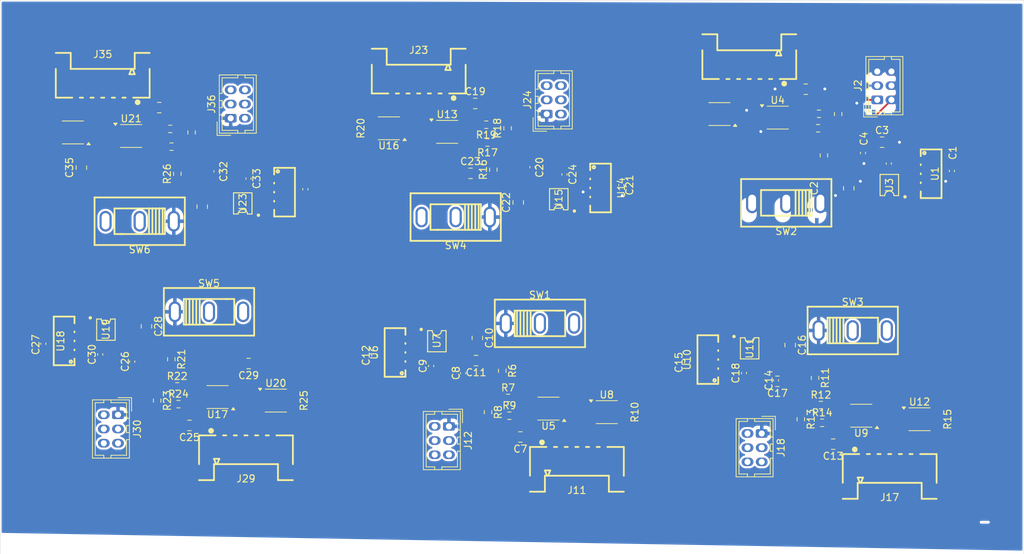
<source format=kicad_pcb>
(kicad_pcb (version 20241229) (generator "pcbnew") (generator_version "9.0")
  (title_block (title "PROVES KIT - HATBOARD") (date "2023-03-27") (rev "3.1"))
  (layers (0 "F.Cu" signal) (4 "In1.Cu" signal) (6 "In2.Cu" signal) (2 "B.Cu" signal) (13 "F.Paste" user) (15 "B.Paste" user) (5 "F.SilkS" user "F.Silkscreen") (7 "B.SilkS" user "B.Silkscreen") (1 "F.Mask" user) (3 "B.Mask" user) (25 "Edge.Cuts" user))
  (net 0 "")
  (net 1 "+3V3")
  (net 2 "GND")
  (net 3 "Net-(U2-REG)")
  (net 4 "Net-(SW2-B)")
  (net 5 "Net-(U4-VCC)")
  (net 6 "Net-(U5-VCC)")
  (net 7 "Net-(SW1-B)")
  (net 8 "Net-(U8-REG)")
  (net 9 "Net-(U9-VCC)")
  (net 10 "Net-(SW3-B)")
  (net 11 "Net-(U12-REG)")
  (net 12 "Net-(U13-VCC)")
  (net 13 "Net-(SW4-B)")
  (net 14 "Net-(U16-REG)")
  (net 15 "Net-(U17-VCC)")
  (net 16 "Net-(SW5-B)")
  (net 17 "Net-(U20-REG)")
  (net 18 "Net-(U21-VCC)")
  (net 19 "Net-(SW6-B)")
  (net 20 "Net-(U24-REG)")
  (net 23 "/Face Board/SCLIN")
  (net 26 "/Face Board1/SCLIN")
  (net 33 "/Face Board2/SCLIN")
  (net 36 "/Face Board3/SCLIN")
  (net 41 "/Face Board4/SCLIN")
  (net 47 "/Face Board5/SCLIN")
  (net 51 "Net-(U2-OUT-)")
  (net 52 "Net-(U2-OUT+)")
  (net 53 "/Face Board/SCL")
  (net 54 "Net-(U4-READY)")
  (net 55 "Net-(U5-READY)")
  (net 56 "/Face Board1/SCL")
  (net 57 "Net-(U8-OUT-)")
  (net 58 "Net-(U8-OUT+)")
  (net 59 "Net-(U9-READY)")
  (net 60 "/Face Board2/SCL")
  (net 61 "Net-(U12-OUT+)")
  (net 62 "Net-(U12-OUT-)")
  (net 63 "Net-(U13-READY)")
  (net 64 "/Face Board3/SCL")
  (net 65 "Net-(U16-OUT+)")
  (net 66 "Net-(U16-OUT-)")
  (net 67 "Net-(U17-READY)")
  (net 68 "/Face Board4/SCL")
  (net 69 "Net-(U20-OUT+)")
  (net 70 "Net-(U20-OUT-)")
  (net 71 "Net-(U21-READY)")
  (net 72 "/Face Board5/SCL")
  (net 73 "Net-(U24-OUT-)")
  (net 74 "Net-(U24-OUT+)")
  (net 75 "Net-(SW1-A)")
  (net 76 "Net-(SW2-A)")
  (net 77 "Net-(SW3-A)")
  (net 78 "Net-(SW4-A)")
  (net 79 "Net-(SW5-A)")
  (net 80 "Net-(SW6-A)")
  (net 93 "Net-(U4-EN)")
  (net 94 "Net-(U5-EN)")
  (net 95 "Net-(U9-EN)")
  (net 96 "Net-(U13-EN)")
  (net 97 "Net-(U17-EN)")
  (net 98 "Net-(U21-EN)")
  (footprint "easyeda2kicad:SENSOR-SMD_EML7700-TT" (layer "F.Cu") (at 71.425 53.025 -90)
    (property "Reference" "U22" (hide yes))
    (property "Value" "VEML7700")
  )
  (footprint "easyeda2kicad:MSOP-8_L3.0-W3.0-P0.65-LS4.9-BL" (layer "F.Cu") (at 157.575 52.035 90)
    (property "Reference" "U3")
    (property "Value" "MCP9808_DFN")
  )
  (footprint "Capacitor_SMD:C_0805_2012Metric" (layer "F.Cu") (at 60.925 55.075 90)
    (property "Reference" "C34" (hide yes))
    (property "Value" "1uF")
  )
  (footprint "Capacitor_SMD:C_0805_2012Metric" (layer "F.Cu") (at 149.675 88.505 180)
    (property "Reference" "C13")
    (property "Value" "10nF")
  )
  (footprint "Resistor_SMD:R_0603_1608Metric" (layer "F.Cu") (at 54.575 82.375 -90)
    (property "Reference" "R23")
    (property "Value" "10k")
  )
  (footprint "easyeda2kicad:SW-TH_3P-P4.80-HX-SS12D10G4" (layer "F.Cu") (at 96.575 56.535 180)
    (property "Reference" "SW4")
    (property "Value" "SW_SPDT_321")
  )
  (footprint "Capacitor_SMD:C_0805_2012Metric" (layer "F.Cu") (at 141.835 79.6575 180)
    (property "Reference" "C17")
    (property "Value" "1uF")
  )
  (footprint "easyeda2kicad:CONN-SMD_6P-P1.50_A1501WRB-S-6P" (layer "F.Cu") (at 67.075 89.875)
    (property "Reference" "J29")
    (property "Value" "Molex FC Connection")
  )
  (footprint "Resistor_SMD:R_0603_1608Metric" (layer "F.Cu") (at 57.425 50.45 90)
    (property "Reference" "R26")
    (property "Value" "10k")
  )
  (footprint "Package_SO:VSSOP-10_3x3mm_P0.5mm" (layer "F.Cu") (at 133.675 42.035 180)
    (property "Reference" "U2" (hide yes))
    (property "Value" "DRV2605LDGS")
  )
  (footprint "Package_SO:VSSOP-8_3x3mm_P0.65mm" (layer "F.Cu") (at 63.075 81.875 180)
    (property "Reference" "U17")
    (property "Value" "TCA4311A")
  )
  (footprint "Resistor_SMD:R_0603_1608Metric" (layer "F.Cu") (at 145.125 85.005 -90)
    (property "Reference" "R13")
    (property "Value" "10k")
  )
  (footprint "Capacitor_SMD:C_0402_1005Metric" (layer "F.Cu") (at 38.575 74.375 90)
    (property "Reference" "C27")
    (property "Value" "100nF")
  )
  (footprint "Capacitor_SMD:C_0402_1005Metric" (layer "F.Cu") (at 46.575 75.875 90)
    (property "Reference" "C30")
    (property "Value" "100nF")
  )
  (footprint "Connector_Hirose:Hirose_DF11-6DP-2DSA_2x03_P2.00mm_Vertical" (layer "F.Cu") (at 109.375 42.035 90)
    (property "Reference" "J24")
    (property "Value" "DF11 FC Connection")
  )
  (footprint "Resistor_SMD:R_0603_1608Metric" (layer "F.Cu") (at 101.05 46.035 180)
    (property "Reference" "R17")
    (property "Value" "10k")
  )
  (footprint "Resistor_SMD:R_0603_1608Metric" (layer "F.Cu") (at 101.125 84.005 -90)
    (property "Reference" "R8")
    (property "Value" "10k")
  )
  (footprint "Resistor_SMD:R_0603_1608Metric" (layer "F.Cu") (at 101.875 49.86 90)
    (property "Reference" "R16")
    (property "Value" "10k")
  )
  (footprint "Resistor_SMD:R_0603_1608Metric" (layer "F.Cu") (at 147.125 79.18 -90)
    (property "Reference" "R11")
    (property "Value" "10k")
  )
  (footprint "Capacitor_SMD:C_0402_1005Metric" (layer "F.Cu") (at 137.125 78.505 90)
    (property "Reference" "C18")
    (property "Value" "100nF")
  )
  (footprint "easyeda2kicad:MSOP-8_L3.0-W3.0-P0.65-LS4.9-BL" (layer "F.Cu") (at 93.925 74.005 -90)
    (property "Reference" "U7")
    (property "Value" "MCP9808_DFN")
  )
  (footprint "Capacitor_SMD:C_0805_2012Metric" (layer "F.Cu") (at 53.075 71.925 -90)
    (property "Reference" "C28")
    (property "Value" "1uF")
  )
  (footprint "Capacitor_SMD:C_0805_2012Metric" (layer "F.Cu") (at 99.445 76.745 180)
    (property "Reference" "C11")
    (property "Value" "1uF")
  )
  (footprint "Package_SO:VSSOP-10_3x3mm_P0.5mm" (layer "F.Cu") (at 71.275 82.375)
    (property "Reference" "U20")
    (property "Value" "DRV2605LDGS")
  )
  (footprint "easyeda2kicad:SW-TH_3P-P4.80-HX-SS12D10G4" (layer "F.Cu") (at 61.875 69.875)
    (property "Reference" "SW5")
    (property "Value" "SW_SPDT_321")
  )
  (footprint "Resistor_SMD:R_0603_1608Metric" (layer "F.Cu") (at 57.575 82.875)
    (property "Reference" "R24")
    (property "Value" "10k")
  )
  (footprint "Resistor_SMD:R_0201_0603Metric_Pad0.64x0.40mm_HandSolder" (layer "F.Cu") (at 37.725 44.625 -90)
    (property "Reference" "R30" (hide yes))
    (property "Value" "57.2")
  )
  (footprint "Resistor_SMD:R_0201_0603Metric_Pad0.64x0.40mm_HandSolder" (layer "F.Cu") (at 166.825 85.005 90)
    (property "Reference" "R15")
    (property "Value" "57.2")
  )
  (footprint "Capacitor_SMD:C_0402_1005Metric" (layer "F.Cu") (at 75.425 52.625 -90)
    (property "Reference" "C36" (hide yes))
    (property "Value" "100nF")
  )
  (footprint "Resistor_SMD:R_0603_1608Metric" (layer "F.Cu") (at 103.125 78.18 -90)
    (property "Reference" "R6")
    (property "Value" "10k")
  )
  (footprint "easyeda2kicad:SENSOR-SMD_EML7700-TT" (layer "F.Cu") (at 89.125 75.605 90)
    (property "Reference" "U6")
    (property "Value" "VEML7700")
  )
  (footprint "easyeda2kicad:MSOP-8_L3.0-W3.0-P0.65-LS4.9-BL" (layer "F.Cu") (at 66.625 54.625 90)
    (property "Reference" "U23")
    (property "Value" "MCP9808_DFN")
  )
  (footprint "easyeda2kicad:SW-TH_3P-P4.80-HX-SS12D10G4" (layer "F.Cu") (at 52.125 57.125 180)
    (property "Reference" "SW6")
    (property "Value" "SW_SPDT_321")
  )
  (footprint "easyeda2kicad:CONN-SMD_6P-P1.50_A1501WRB-S-6P" (layer "F.Cu") (at 137.875 34.5 180)
    (property "Reference" "J1" (hide yes))
    (property "Value" "Molex FC Connection")
  )
  (footprint "Resistor_SMD:R_0603_1608Metric" (layer "F.Cu") (at 100.875 43.535 180)
    (property "Reference" "R19")
    (property "Value" "10k")
  )
  (footprint "Package_SO:VSSOP-8_3x3mm_P0.65mm" (layer "F.Cu") (at 153.625 84.505 180)
    (property "Reference" "U9")
    (property "Value" "TCA4311A")
  )
  (footprint "Capacitor_SMD:C_0805_2012Metric" (layer "F.Cu") (at 156.55 46)
    (property "Reference" "C3")
    (property "Value" "1uF")
  )
  (footprint "Capacitor_SMD:C_0402_1005Metric" (layer "F.Cu") (at 97.625 78.525 90)
    (property "Reference" "C8")
    (property "Value" "100nF")
  )
  (footprint "Capacitor_SMD:C_0402_1005Metric" (layer "F.Cu") (at 67.425 51.125 -90)
    (property "Reference" "C33")
    (property "Value" "100nF")
  )
  (footprint "Capacitor_SMD:C_0805_2012Metric" (layer "F.Cu") (at 105.375 54.485 90)
    (property "Reference" "C22")
    (property "Value" "1uF")
  )
  (footprint "Capacitor_SMD:C_0402_1005Metric" (layer "F.Cu") (at 51.075 76.895 90)
    (property "Reference" "C26")
    (property "Value" "100nF")
  )
  (footprint "easyeda2kicad:SENSOR-SMD_EML7700-TT" (layer "F.Cu") (at 42.575 73.975 90)
    (property "Reference" "U18")
    (property "Value" "VEML7700")
  )
  (footprint "easyeda2kicad:SENSOR-SMD_EML7700-TT" (layer "F.Cu") (at 115.875 52.435 -90)
    (property "Reference" "U14")
    (property "Value" "VEML7700")
  )
  (footprint "Package_SO:VSSOP-8_3x3mm_P0.65mm" (layer "F.Cu") (at 50.925 45.125)
    (property "Reference" "U21")
    (property "Value" "TCA4311A")
  )
  (footprint "easyeda2kicad:CONN-SMD_6P-P1.50_A1501WRB-S-6P" (layer "F.Cu") (at 91.375 36.535 180)
    (property "Reference" "J23")
    (property "Value" "Molex FC Connection")
  )
  (footprint "Capacitor_SMD:C_0402_1005Metric" (layer "F.Cu") (at 141.625 79.525 90)
    (property "Reference" "C14")
    (property "Value" "100nF")
  )
  (footprint "Capacitor_SMD:C_0805_2012Metric" (layer "F.Cu") (at 99.325 40.535)
    (property "Reference" "C19")
    (property "Value" "10nF")
  )
  (footprint "Resistor_SMD:R_0603_1608Metric" (layer "F.Cu") (at 147.55 44.035 180)
    (property "Reference" "R4" (hide yes))
    (property "Value" "10k")
  )
  (footprint "Capacitor_SMD:C_0402_1005Metric" (layer "F.Cu") (at 111.875 50.535 -90)
    (property "Reference" "C24")
    (property "Value" "100nF")
  )
  (footprint "Resistor_SMD:R_0603_1608Metric" (layer "F.Cu") (at 56.6 46.625 180)
    (property "Reference" "R27" (hide yes))
    (property "Value" "10k")
  )
  (footprint "Resistor_SMD:R_0201_0603Metric_Pad0.64x0.40mm_HandSolder" (layer "F.Cu") (at 122.825 84.005 90)
    (property "Reference" "R10")
    (property "Value" "57.2")
  )
  (footprint "Connector_Hirose:Hirose_DF11-6DP-2DSA_2x03_P2.00mm_Vertical" (layer "F.Cu") (at 95.625 86.005 -90)
    (property "Reference" "J12")
    (property "Value" "DF11 FC Connection")
  )
  (footprint "easyeda2kicad:SENSOR-SMD_EML7700-TT" (layer "F.Cu") (at 162.375 50.435 -90)
    (property "Reference" "U1")
    (property "Value" "VEML7700")
  )
  (footprint "Resistor_SMD:R_0201_0603Metric_Pad0.64x0.40mm_HandSolder" (layer "F.Cu") (at 82.175 44.035 -90)
    (property "Reference" "R20")
    (property "Value" "57.2")
  )
  (footprint "Resistor_SMD:R_0603_1608Metric" (layer "F.Cu") (at 103.875 44.035 90)
    (property "Reference" "R18")
    (property "Value" "10k")
  )
  (footprint "Capacitor_SMD:C_0805_2012Metric" (layer "F.Cu") (at 59.125 85.875 180)
    (property "Reference" "C25")
    (property "Value" "10nF")
  )
  (footprint "Capacitor_SMD:C_0402_1005Metric" (layer "F.Cu") (at 157.5 49 90)
    (property "Reference" "C6" (hide yes))
    (property "Value" "100nF")
  )
  (footprint "Capacitor_SMD:C_0805_2012Metric" (layer "F.Cu") (at 67.45 77.16 180)
    (property "Reference" "C29")
    (property "Value" "1uF")
  )
  (footprint "Capacitor_SMD:C_0402_1005Metric" (layer "F.Cu") (at 107.375 49.515 -90)
    (property "Reference" "C20")
    (property "Value" "100nF")
  )
  (footprint "Package_SO:VSSOP-8_3x3mm_P0.65mm" (layer "F.Cu") (at 95.375 44.535)
    (property "Reference" "U13")
    (property "Value" "TCA4311A")
  )
  (footprint "Connector_Hirose:Hirose_DF11-6DP-2DSA_2x03_P2.00mm_Vertical" (layer "F.Cu") (at 139.625 87.005 -90)
    (property "Reference" "J18")
    (property "Value" "DF11 FC Connection")
  )
  (footprint "Package_SO:VSSOP-10_3x3mm_P0.5mm" (layer "F.Cu") (at 42.725 44.625 180)
    (property "Reference" "U24" (hide yes))
    (property "Value" "DRV2605LDGS")
  )
  (footprint "Resistor_SMD:R_0201_0603Metric_Pad0.64x0.40mm_HandSolder" (layer "F.Cu") (at 128.675 42.035 -90)
    (property "Reference" "R1" (hide yes))
    (property "Value" "57.2")
  )
  (footprint "easyeda2kicad:MSOP-8_L3.0-W3.0-P0.65-LS4.9-BL" (layer "F.Cu") (at 47.375 72.375 -90)
    (property "Reference" "U19")
    (property "Value" "MCP9808_DFN")
  )
  (footprint "Connector_Hirose:Hirose_DF11-6DP-2DSA_2x03_P2.00mm_Vertical" (layer "F.Cu") (at 64.925 42.625 90)
    (property "Reference" "J36")
    (property "Value" "DF11 FC Connection")
  )
  (footprint "easyeda2kicad:SW-TH_3P-P4.80-HX-SS12D10G4" (layer "F.Cu") (at 143.075 54.535 180)
    (property "Reference" "SW2")
    (property "Value" "SW_SPDT_321")
  )
  (footprint "Capacitor_SMD:C_0805_2012Metric" (layer "F.Cu") (at 145.825 38.535)
    (property "Reference" "C5" (hide yes))
    (property "Value" "10nF")
  )
  (footprint "Capacitor_SMD:C_0402_1005Metric" (layer "F.Cu") (at 85.125 76.005 90)
    (property "Reference" "C12")
    (property "Value" "100nF")
  )
  (footprint "easyeda2kicad:SW-TH_3P-P4.80-HX-SS12D10G4" (layer "F.Cu") (at 108.425 71.505)
    (property "Reference" "SW1")
    (property "Value" "SW_SPDT_321")
  )
  (footprint "easyeda2kicad:CONN-SMD_6P-P1.50_A1501WRB-S-6P" (layer "F.Cu") (at 46.925 37.125 180)
    (property "Reference" "J35")
    (property "Value" "Molex FC Connection")
  )
  (footprint "Capacitor_SMD:C_0402_1005Metric" (layer "F.Cu") (at 62.925 50.105 -90)
    (property "Reference" "C32")
    (property "Value" "100nF")
  )
  (footprint "Capacitor_SMD:C_0805_2012Metric" (layer "F.Cu") (at 105.675 87.505 180)
    (property "Reference" "C7")
    (property "Value" "10nF")
  )
  (footprint "Resistor_SMD:R_0603_1608Metric" (layer "F.Cu") (at 104.125 84.505)
    (property "Reference" "R9")
    (property "Value" "10k")
  )
  (footprint "easyeda2kicad:CONN-SMD_6P-P1.50_A1501WRB-S-6P" (layer "F.Cu") (at 157.625 92.505)
    (property "Reference" "J17")
    (property "Value" "Molex FC Connection")
  )
  (footprint "Resistor_SMD:R_0603_1608Metric" (layer "F.Cu") (at 57.4 80.375)
    (property "Reference" "R22")
    (property "Value" "10k")
  )
  (footprint "Capacitor_SMD:C_0805_2012Metric" (layer "F.Cu") (at 143.625 74.555 -90)
    (property "Reference" "C16")
    (property "Value" "1uF")
  )
  (footprint "Resistor_SMD:R_0603_1608Metric" (layer "F.Cu") (at 103.95 82.005)
    (property "Reference" "R7")
    (property "Value" "10k")
  )
  (footprint "Resistor_SMD:R_0603_1608Metric" (layer "F.Cu") (at 150.375 42.035 90)
    (property "Reference" "R2" (hide yes))
    (property "Value" "10k")
  )
  (footprint "Package_SO:VSSOP-10_3x3mm_P0.5mm" (layer "F.Cu") (at 161.825 85.005)
    (property "Reference" "U12")
    (property "Value" "DRV2605LDGS")
  )
  (footprint "Resistor_SMD:R_0603_1608Metric" (layer "F.Cu") (at 147.95 83.005)
    (property "Reference" "R12")
    (property "Value" "10k")
  )
  (footprint "easyeda2kicad:MSOP-8_L3.0-W3.0-P0.65-LS4.9-BL" (layer "F.Cu") (at 111.075 54.035 90)
    (property "Reference" "U15")
    (property "Value" "MCP9808_DFN")
  )
  (footprint "Connector_Hirose:Hirose_DF11-6DP-2DSA_2x03_P2.00mm_Vertical" (layer "F.Cu") (at 49.075 84.375 -90)
    (property "Reference" "J30")
    (property "Value" "DF11 FC Connection")
  )
  (footprint "Capacitor_SMD:C_0805_2012Metric" (layer "F.Cu") (at 43.925 49.575 90)
    (property "Reference" "C35")
    (property "Value" "1uF")
  )
  (footprint "Capacitor_SMD:C_0805_2012Metric" (layer "F.Cu") (at 99.625 73.555 -90)
    (property "Reference" "C10")
    (property "Value" "1uF")
  )
  (footprint "easyeda2kicad:CONN-SMD_6P-P1.50_A1501WRB-S-6P" (layer "F.Cu") (at 113.625 91.505)
    (property "Reference" "J11")
    (property "Value" "Molex FC Connection")
  )
  (footprint "Package_SO:VSSOP-10_3x3mm_P0.5mm" (layer "F.Cu") (at 117.825 84.005)
    (property "Reference" "U8")
    (property "Value" "DRV2605LDGS")
  )
  (footprint "Resistor_SMD:R_0201_0603Metric_Pad0.64x0.40mm_HandSolder" (layer "F.Cu") (at 76.275 82.375 90)
    (property "Reference" "R25")
    (property "Value" "57.2")
  )
  (footprint "Capacitor_SMD:C_0402_1005Metric" (layer "F.Cu") (at 166.375 50.035 -90)
    (property "Reference" "C1")
    (property "Value" "100nF")
  )
  (footprint "Capacitor_SMD:C_0402_1005Metric" (layer "F.Cu") (at 119.875 52.035 -90)
    (property "Reference" "C21")
    (property "Value" "100nF")
  )
  (footprint "Package_SO:VSSOP-10_3x3mm_P0.5mm" (layer "F.Cu") (at 87.175 44.035 180)
    (property "Reference" "U16")
    (property "Value" "DRV2605LDGS")
  )
  (footprint "Capacitor_SMD:C_0402_1005Metric" (layer "F.Cu") (at 153.875 47.515 -90)
    (property "Reference" "C4")
    (property "Value" "100nF")
  )
  (footprint "Capacitor_SMD:C_0805_2012Metric" (layer "F.Cu") (at 151.875 52.485 90)
    (property "Reference" "C2")
    (property "Value" "1uF")
  )
  (footprint "Capacitor_SMD:C_0402_1005Metric" (layer "F.Cu") (at 129.125 77.005 90)
    (property "Reference" "C15")
    (property "Value" "100nF")
  )
  (footprint "Resistor_SMD:R_0603_1608Metric" (layer "F.Cu") (at 59.425 44.625 90)
    (property "Reference" "R29" (hide yes))
    (property "Value" "10k")
  )
  (footprint "easyeda2kicad:SW-TH_3P-P4.80-HX-SS12D10G4" (layer "F.Cu") (at 152.425 72.505)
    (property "Reference" "SW3")
    (property "Value" "SW_SPDT_321")
  )
  (footprint "Resistor_SMD:R_0603_1608Metric" (layer "F.Cu") (at 56.425 44.125 180)
    (property "Reference" "R28" (hide yes))
    (property "Value" "10k")
  )
  (footprint "Resistor_SMD:R_0603_1608Metric" (layer "F.Cu") (at 148.375 47.86 90)
    (property "Reference" "R5" (hide yes))
    (property "Value" "10k")
  )
  (footprint "Capacitor_SMD:C_0805_2012Metric" (layer "F.Cu") (at 54.875 41.125)
    (property "Reference" "C31" (hide yes))
    (property "Value" "10nF")
  )
  (footprint "Package_SO:VSSOP-8_3x3mm_P0.65mm" (layer "F.Cu") (at 109.625 83.505 180)
    (property "Reference" "U5")
    (property "Value" "TCA4311A")
  )
  (footprint "Resistor_SMD:R_0603_1608Metric" (layer "F.Cu") (at 56.575 76.55 -90)
    (property "Reference" "R21")
    (property "Value" "10k")
  )
  (footprint "Capacitor_SMD:C_0805_2012Metric" (layer "F.Cu") (at 98.665 50.3825)
    (property "Reference" "C23")
    (property "Value" "1uF")
  )
  (footprint "Resistor_SMD:R_0603_1608Metric" (layer "F.Cu") (at 148.125 85.505)
    (property "Reference" "R14")
    (property "Value" "10k")
  )
  (footprint "easyeda2kicad:MSOP-8_L3.0-W3.0-P0.65-LS4.9-BL" (layer "F.Cu") (at 137.925 75.005 -90)
    (property "Reference" "U11")
    (property "Value" "MCP9808_DFN")
  )
  (footprint "Capacitor_SMD:C_0402_1005Metric" (layer "F.Cu") (at 93.125 77.505 90)
    (property "Reference" "C9")
    (property "Value" "100nF")
  )
  (footprint "easyeda2kicad:SENSOR-SMD_EML7700-TT" (layer "F.Cu") (at 133.125 76.605 90)
    (property "Reference" "U10")
    (property "Value" "VEML7700")
  )
  (footprint "Connector_Hirose:Hirose_DF11-6DP-2DSA_2x03_P2.00mm_Vertical" (layer "F.Cu") (at 155.875 40.035 90)
    (property "Reference" "J2")
    (property "Value" "DF11 FC Connection")
  )
  (footprint "Package_SO:VSSOP-8_3x3mm_P0.65mm" (layer "F.Cu") (at 141.875 42.535)
    (property "Reference" "U4")
    (property "Value" "TCA4311A")
  )
  (footprint "Resistor_SMD:R_0603_1608Metric" (layer "F.Cu") (at 147.675 42 180)
    (property "Reference" "R3" (hide yes))
    (property "Value" "10k")
  )
  (gr_line (start 114.5 53) (end 115.5 53) (stroke (width 0.2)) (layer "F.Cu") (net 2))
  (gr_line (start 115.5 53) (end 114.5 53) (stroke (width 0.2)) (layer "F.Cu") (net 2))
  (gr_line (start 120 52.5) (end 120 53.5) (stroke (width 0.2)) (layer "F.Cu") (net 2))
  (gr_line (start 114 53) (end 114.5 53) (stroke (width 0.2)) (layer "F.Cu") (net 2))
  (gr_line (start 171.5 99.5) (end 170.5 99.5) (stroke (width 0.05)) (layer "Edge.Cuts"))
  (gr_rect (start 32.5 26) (end 176.5 104) (stroke (width 0.05)) (fill no) (layer "Edge.Cuts"))
  (segment (start 137.125 37.09) (end 137.125 39.785) (width 0.25) (layer "F.Cu") (net 1))
  (segment (start 156.485 53.015) (end 155.275 53.015) (width 0.25) (layer "F.Cu") (net 1))
  (segment (start 137.125 39.785) (end 135.875 41.035) (width 0.25) (layer "F.Cu") (net 1))
  (segment (start 162.05 49.48) (end 162.375 49.805) (width 0.25) (layer "F.Cu") (net 1))
  (segment (start 162.625 49.555) (end 162.375 49.805) (width 0.25) (layer "F.Cu") (net 1))
  (segment (start 157.5 49.48) (end 157.5 52) (width 0.25) (layer "F.Cu") (net 1))
  (segment (start 154.855 53.435) (end 155.275 53.015) (width 0.25) (layer "F.Cu") (net 1))
  (segment (start 157.5 52) (end 156.485 53.015) (width 0.25) (layer "F.Cu") (net 1))
  (segment (start 157.5 49.48) (end 162.05 49.48) (width 0.25) (layer "F.Cu") (net 1))
  (segment (start 166.375 49.555) (end 162.625 49.555) (width 0.25) (layer "F.Cu") (net 1))
  (segment (start 151.875 53.435) (end 154.855 53.435) (width 0.25) (layer "F.Cu") (net 1))
  (segment (start 153.875 48.875) (end 154 49) (width 0.25) (layer "F.Cu") (net 2))
  (segment (start 148.465 38.535) (end 148.5 38.5) (width 0.25) (layer "F.Cu") (net 2))
  (segment (start 141.5 38.5) (end 143.5 38.5) (width 0.25) (layer "F.Cu") (net 2))
  (segment (start 141.625 38.375) (end 141.5 38.5) (width 0.25) (layer "F.Cu") (net 2))
  (segment (start 165.065 51.065) (end 165.5 51.5) (width 0.25) (layer "F.Cu") (net 2))
  (segment (start 141.625 37.09) (end 141.625 38.375) (width 0.25) (layer "F.Cu") (net 2))
  (segment (start 166.375 50.625) (end 165.5 51.5) (width 0.25) (layer "F.Cu") (net 2))
  (segment (start 153.705 51.705) (end 155.275 51.705) (width 0.25) (layer "F.Cu") (net 2))
  (segment (start 155.275 52.365) (end 154.365 52.365) (width 0.25) (layer "F.Cu") (net 2))
  (segment (start 153.465 40.035) (end 153 40.5) (width 0.25) (layer "F.Cu") (net 2))
  (segment (start 153.5 51.5) (end 153.705 51.705) (width 0.25) (layer "F.Cu") (net 2))
  (segment (start 158.48 48.52) (end 157.5 48.52) (width 0.25) (layer "F.Cu") (net 2))
  (segment (start 135.875 41.535) (end 137.465 41.535) (width 0.25) (layer "F.Cu") (net 2))
  (segment (start 155.875 40.035) (end 153.465 40.035) (width 0.25) (layer "F.Cu") (net 2))
  (segment (start 147.875 55.035) (end 148.066 55.226) (width 0.25) (layer "F.Cu") (net 2))
  (segment (start 139.7625 43.51) (end 139.7625 44.2375) (width 0.25) (layer "F.Cu") (net 2))
  (segment (start 162.375 51.065) (end 165.065 51.065) (width 0.25) (layer "F.Cu") (net 2))
  (segment (start 154.365 52.365) (end 153.5 51.5) (width 0.25) (layer "F.Cu") (net 2))
  (segment (start 151.875 51.535) (end 153.465 51.535) (width 0.25) (layer "F.Cu") (net 2))
  (segment (start 153.875 47.995) (end 153.875 48.875) (width 0.25) (layer "F.Cu") (net 2))
  (segment (start 147.875 54.535) (end 148.91 53.5) (width 0.25) (layer "F.Cu") (net 2))
  (segment (start 150 53.41) (end 150 53.5) (width 0.25) (layer "F.Cu") (net 2))
  (segment (start 137.465 41.535) (end 137.5 41.5) (width 0.25) (layer "F.Cu") (net 2))
  (segment (start 166.375 50.515) (end 166.375 50.625) (width 0.25) (layer "F.Cu") (net 2))
  (segment (start 155.275 51.055) (end 153.945 51.055) (width 0.25) (layer "F.Cu") (net 2))
  (segment (start 157.5 46) (end 159 46) (width 0.25) (layer "F.Cu") (net 2))
  (segment (start 159 48) (end 158.48 48.52) (width 0.25) (layer "F.Cu") (net 2))
  (segment (start 146.775 38.535) (end 148.465 38.535) (width 0.25) (layer "F.Cu") (net 2))
  (segment (start 162.365 51.055) (end 162.375 51.065) (width 0.25) (layer "F.Cu") (net 2))
  (segment (start 159 46) (end 159 48) (width 0.25) (layer "F.Cu") (net 2))
  (segment (start 148.91 53.5) (end 150 53.5) (width 0.25) (layer "F.Cu") (net 2))
  (segment (start 153.465 51.535) (end 153.5 51.5) (width 0.25) (layer "F.Cu") (net 2))
  (segment (start 153.945 51.055) (end 153.5 51.5) (width 0.25) (layer "F.Cu") (net 2))
  (segment (start 139.7625 44.2375) (end 139.5 44.5) (width 0.25) (layer "F.Cu") (net 2))
  (segment (start 159.875 51.055) (end 162.365 51.055) (width 0.25) (layer "F.Cu") (net 2))
  (via (at 159 46) (size 0.8) (drill 0.4) (layers "F.Cu" "B.Cu") (net 2))
  (via (at 153 40.5) (size 0.8) (drill 0.4) (layers "F.Cu" "B.Cu") (net 2))
  (via (at 148.5 38.5) (size 0.8) (drill 0.4) (layers "F.Cu" "B.Cu") (net 2))
  (via (at 139.5 44.5) (size 0.8) (drill 0.4) (layers "F.Cu" "B.Cu") (net 2))
  (via (at 114.5 53) (size 0.8) (drill 0.4) (layers "F.Cu" "B.Cu") (net 2))
  (via (at 154 49) (size 0.8) (drill 0.4) (layers "F.Cu" "B.Cu") (net 2))
  (via (at 120 53.5) (size 0.8) (drill 0.4) (layers "F.Cu" "B.Cu") (net 2))
  (via (at 137.5 41.5) (size 0.8) (drill 0.4) (layers "F.Cu" "B.Cu") (net 2))
  (via (at 150 53.5) (size 0.8) (drill 0.4) (layers "F.Cu" "B.Cu") (net 2))
  (via (at 153.5 51.5) (size 0.8) (drill 0.4) (layers "F.Cu" "B.Cu") (net 2))
  (via (at 165.5 51.5) (size 0.8) (drill 0.4) (layers "F.Cu" "B.Cu") (net 2))
  (via (at 141.5 38.5) (size 0.8) (drill 0.4) (layers "F.Cu" "B.Cu") (net 2))
  (segment (start 143.075 51.925) (end 143.075 54.535) (width 0.25) (layer "F.Cu") (net 4))
  (segment (start 147.965 47.035) (end 143.075 51.925) (width 0.25) (layer "F.Cu") (net 4))
  (segment (start 153.875 47.035) (end 148.375 47.035) (width 0.25) (layer "F.Cu") (net 4))
  (segment (start 148.375 47.035) (end 147.965 47.035) (width 0.25) (layer "F.Cu") (net 4))
  (segment (start 147.1725 40.6725) (end 148.5 42) (width 0.25) (layer "F.Cu") (net 5))
  (segment (start 144.875 38.535) (end 144.875 40.6725) (width 0.25) (layer "F.Cu") (net 5))
  (segment (start 144.875 40.6725) (end 143.9875 41.56) (width 0.25) (layer "F.Cu") (net 5))
  (segment (start 148.5 42) (end 149.515 42) (width 0.25) (layer "F.Cu") (net 5))
  (segment (start 144.875 40.6725) (end 147.1725 40.6725) (width 0.25) (layer "F.Cu") (net 5))
  (segment (start 149.515 42) (end 150.375 42.86) (width 0.25) (layer "F.Cu") (net 5))
  (segment (start 143.9875 42.86) (end 149.150582 42.86) (width 0.25) (layer "F.Cu") (net 23))
  (segment (start 159.75 38.16) (end 157.875 40.035) (width 0.25) (layer "F.Cu") (net 23))
  (segment (start 139.7625 42.86) (end 143.9875 42.86) (width 0.25) (layer "F.Cu") (net 23))
  (segment (start 149.876582 43.586) (end 154.324 43.586) (width 0.25) (layer "F.Cu") (net 23))
  (segment (start 159.75 37.91) (end 159.75 38.16) (width 0.25) (layer "F.Cu") (net 23))
  (segment (start 157.875 36.035) (end 159.75 37.91) (width 0.25) (layer "F.Cu") (net 23))
  (segment (start 149.150582 42.86) (end 149.876582 43.586) (width 0.25) (layer "F.Cu") (net 23))
  (segment (start 154.324 43.586) (end 157.875 40.035) (width 0.25) (layer "F.Cu") (net 23))
  (segment (start 128.7675 42.535) (end 131.475 42.535) (width 0.25) (layer "F.Cu") (net 51))
  (segment (start 128.675 42.4425) (end 128.7675 42.535) (width 0.25) (layer "F.Cu") (net 51))
  (segment (start 128.675 41.6275) (end 128.7675 41.535) (width 0.25) (layer "F.Cu") (net 52))
  (segment (start 128.7675 41.535) (end 131.475 41.535) (width 0.25) (layer "F.Cu") (net 52))
  (segment (start 146.85 42) (end 146.64 42.21) (width 0.25) (layer "F.Cu") (net 53))
  (segment (start 159.875 53.015) (end 159.875 52.365) (width 0.25) (layer "F.Cu") (net 53))
  (segment (start 166.327904 48.535) (end 167.011 49.218096) (width 0.25) (layer "F.Cu") (net 53))
  (segment (start 167.011 51.01572) (end 165.69172 52.335) (width 0.25) (layer "F.Cu") (net 53))
  (segment (start 162.345 52.365) (end 162.375 52.335) (width 0.25) (layer "F.Cu") (net 53))
  (segment (start 165.69172 52.335) (end 162.375 52.335) (width 0.25) (layer "F.Cu") (net 53))
  (segment (start 146.64 42.21) (end 143.9875 42.21) (width 0.25) (layer "F.Cu") (net 53))
  (segment (start 159.875 52.365) (end 162.345 52.365) (width 0.25) (layer "F.Cu") (net 53))
  (segment (start 139.7625 42.21) (end 143.9875 42.21) (width 0.25) (layer "F.Cu") (net 53))
  (segment (start 167.011 49.218096) (end 167.011 51.01572) (width 0.25) (layer "F.Cu") (net 53))
  (segment (start 162.375 48.535) (end 166.327904 48.535) (width 0.25) (layer "F.Cu") (net 53))
  (segment (start 146.2 43.51) (end 146.725 44.035) (width 0.25) (layer "F.Cu") (net 54))
  (segment (start 143.9875 43.51) (end 146.2 43.51) (width 0.25) (layer "F.Cu") (net 54))
  (segment (start 138.275 54.535) (end 138.275 42.235001) (width 0.25) (layer "F.Cu") (net 76))
  (segment (start 138.950001 41.56) (end 139.7625 41.56) (width 0.25) (layer "F.Cu") (net 76))
  (segment (start 138.275 42.235001) (end 138.950001 41.56) (width 0.25) (layer "F.Cu") (net 76))
  (zone (net 2) (net_name "GND") (layer "B.Cu") (connect_pads (clearance 0.3)) (min_thickness 0.25) (fill yes (thermal_gap 0.5) (thermal_bridge_width 0.5))
    (polygon (pts (xy 32.5 26) (xy 32.5 101) (xy 176.5 103.5) (xy 176.5 26.5)))
  )
)
</source>
